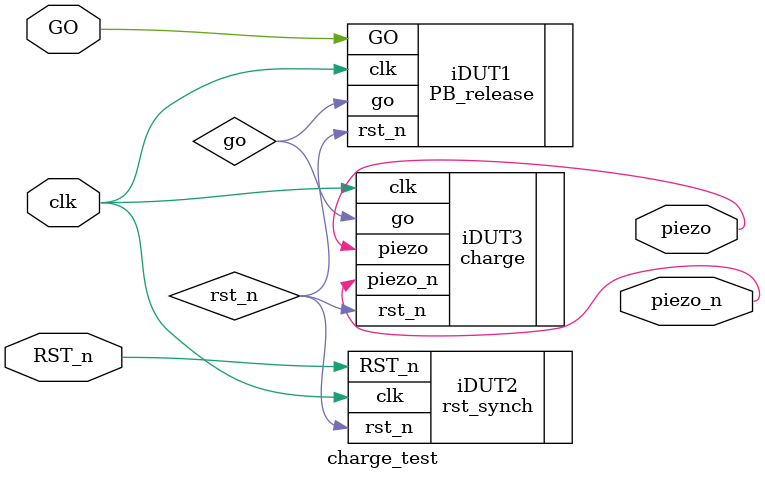
<source format=sv>
module charge_test(GO, clk, RST_n, piezo, piezo_n);

input GO;
input clk;
input RST_n;
output piezo, piezo_n;


logic go;
logic rst_n;

PB_release iDUT1(.clk(clk), .GO(GO), .rst_n(rst_n), .go(go));

rst_synch iDUT2(.RST_n(RST_n), .clk(clk), .rst_n(rst_n));

charge iDUT3(.clk(clk), .rst_n(rst_n), .go(go), .piezo(piezo), .piezo_n(piezo_n));

endmodule
</source>
